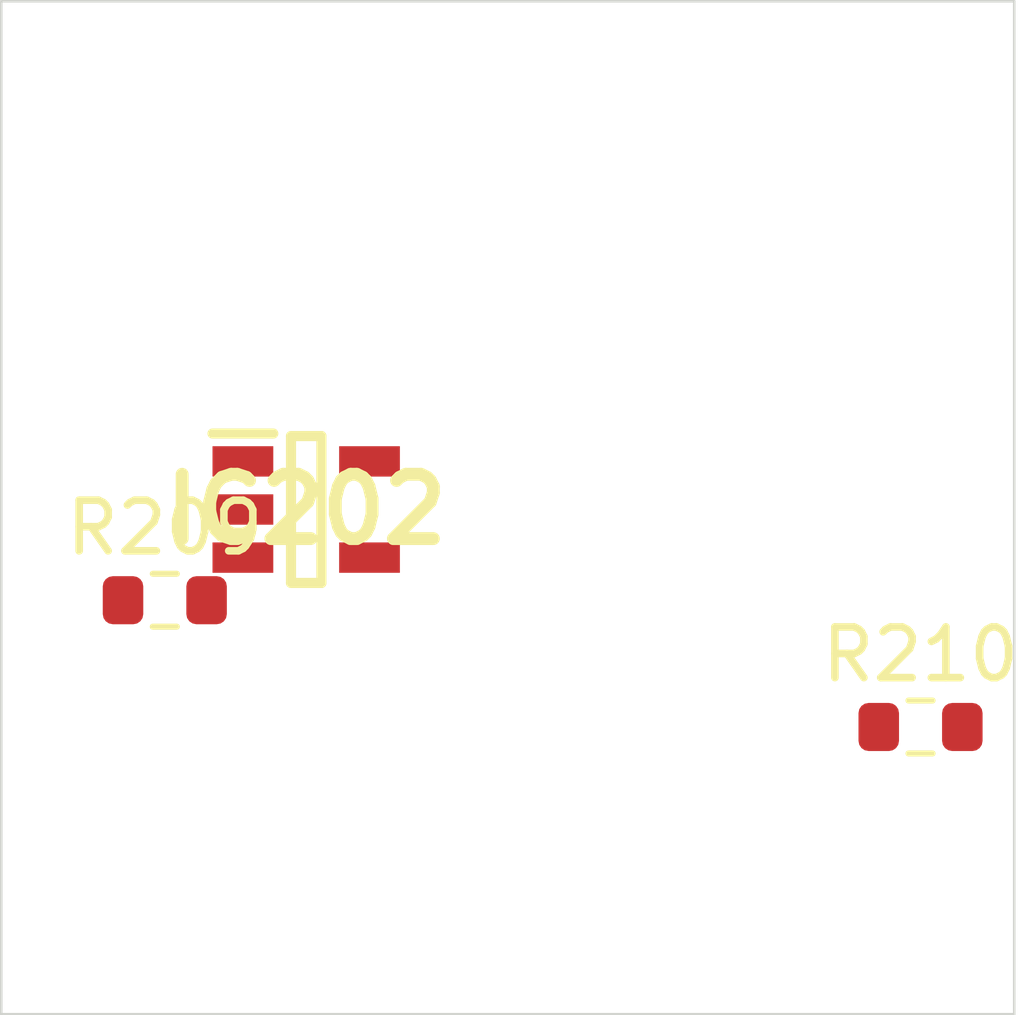
<source format=kicad_pcb>
 ( kicad_pcb  ( version 20171130 )
 ( host pcbnew 5.1.12-84ad8e8a86~92~ubuntu18.04.1 )
 ( general  ( thickness 1.6 )
 ( drawings 4 )
 ( tracks 0 )
 ( zones 0 )
 ( modules 3 )
 ( nets 5 )
)
 ( page A4 )
 ( layers  ( 0 F.Cu signal )
 ( 31 B.Cu signal )
 ( 32 B.Adhes user )
 ( 33 F.Adhes user )
 ( 34 B.Paste user )
 ( 35 F.Paste user )
 ( 36 B.SilkS user )
 ( 37 F.SilkS user )
 ( 38 B.Mask user )
 ( 39 F.Mask user )
 ( 40 Dwgs.User user )
 ( 41 Cmts.User user )
 ( 42 Eco1.User user )
 ( 43 Eco2.User user )
 ( 44 Edge.Cuts user )
 ( 45 Margin user )
 ( 46 B.CrtYd user )
 ( 47 F.CrtYd user )
 ( 48 B.Fab user )
 ( 49 F.Fab user )
)
 ( setup  ( last_trace_width 0.25 )
 ( trace_clearance 0.2 )
 ( zone_clearance 0.508 )
 ( zone_45_only no )
 ( trace_min 0.2 )
 ( via_size 0.8 )
 ( via_drill 0.4 )
 ( via_min_size 0.4 )
 ( via_min_drill 0.3 )
 ( uvia_size 0.3 )
 ( uvia_drill 0.1 )
 ( uvias_allowed no )
 ( uvia_min_size 0.2 )
 ( uvia_min_drill 0.1 )
 ( edge_width 0.05 )
 ( segment_width 0.2 )
 ( pcb_text_width 0.3 )
 ( pcb_text_size 1.5 1.5 )
 ( mod_edge_width 0.12 )
 ( mod_text_size 1 1 )
 ( mod_text_width 0.15 )
 ( pad_size 1.524 1.524 )
 ( pad_drill 0.762 )
 ( pad_to_mask_clearance 0 )
 ( aux_axis_origin 0 0 )
 ( visible_elements FFFFFF7F )
 ( pcbplotparams  ( layerselection 0x010fc_ffffffff )
 ( usegerberextensions false )
 ( usegerberattributes true )
 ( usegerberadvancedattributes true )
 ( creategerberjobfile true )
 ( excludeedgelayer true )
 ( linewidth 0.100000 )
 ( plotframeref false )
 ( viasonmask false )
 ( mode 1 )
 ( useauxorigin false )
 ( hpglpennumber 1 )
 ( hpglpenspeed 20 )
 ( hpglpendiameter 15.000000 )
 ( psnegative false )
 ( psa4output false )
 ( plotreference true )
 ( plotvalue true )
 ( plotinvisibletext false )
 ( padsonsilk false )
 ( subtractmaskfromsilk false )
 ( outputformat 1 )
 ( mirror false )
 ( drillshape 1 )
 ( scaleselection 1 )
 ( outputdirectory "" )
)
)
 ( net 0 "" )
 ( net 1 GND )
 ( net 2 VDDA )
 ( net 3 /Sheet6235D886/vp )
 ( net 4 "Net-(IC202-Pad3)" )
 ( net_class Default "This is the default net class."  ( clearance 0.2 )
 ( trace_width 0.25 )
 ( via_dia 0.8 )
 ( via_drill 0.4 )
 ( uvia_dia 0.3 )
 ( uvia_drill 0.1 )
 ( add_net /Sheet6235D886/vp )
 ( add_net GND )
 ( add_net "Net-(IC202-Pad3)" )
 ( add_net VDDA )
)
 ( module SOT95P280X145-5N locked  ( layer F.Cu )
 ( tedit 62336ED7 )
 ( tstamp 623423ED )
 ( at 86.020900 110.035000 )
 ( descr DBV0005A )
 ( tags "Integrated Circuit" )
 ( path /6235D887/6266C08E )
 ( attr smd )
 ( fp_text reference IC202  ( at 0 0 )
 ( layer F.SilkS )
 ( effects  ( font  ( size 1.27 1.27 )
 ( thickness 0.254 )
)
)
)
 ( fp_text value TL071HIDBVR  ( at 0 0 )
 ( layer F.SilkS )
hide  ( effects  ( font  ( size 1.27 1.27 )
 ( thickness 0.254 )
)
)
)
 ( fp_line  ( start -1.85 -1.5 )
 ( end -0.65 -1.5 )
 ( layer F.SilkS )
 ( width 0.2 )
)
 ( fp_line  ( start -0.3 1.45 )
 ( end -0.3 -1.45 )
 ( layer F.SilkS )
 ( width 0.2 )
)
 ( fp_line  ( start 0.3 1.45 )
 ( end -0.3 1.45 )
 ( layer F.SilkS )
 ( width 0.2 )
)
 ( fp_line  ( start 0.3 -1.45 )
 ( end 0.3 1.45 )
 ( layer F.SilkS )
 ( width 0.2 )
)
 ( fp_line  ( start -0.3 -1.45 )
 ( end 0.3 -1.45 )
 ( layer F.SilkS )
 ( width 0.2 )
)
 ( fp_line  ( start -0.8 -0.5 )
 ( end 0.15 -1.45 )
 ( layer Dwgs.User )
 ( width 0.1 )
)
 ( fp_line  ( start -0.8 1.45 )
 ( end -0.8 -1.45 )
 ( layer Dwgs.User )
 ( width 0.1 )
)
 ( fp_line  ( start 0.8 1.45 )
 ( end -0.8 1.45 )
 ( layer Dwgs.User )
 ( width 0.1 )
)
 ( fp_line  ( start 0.8 -1.45 )
 ( end 0.8 1.45 )
 ( layer Dwgs.User )
 ( width 0.1 )
)
 ( fp_line  ( start -0.8 -1.45 )
 ( end 0.8 -1.45 )
 ( layer Dwgs.User )
 ( width 0.1 )
)
 ( fp_line  ( start -2.1 1.775 )
 ( end -2.1 -1.775 )
 ( layer Dwgs.User )
 ( width 0.05 )
)
 ( fp_line  ( start 2.1 1.775 )
 ( end -2.1 1.775 )
 ( layer Dwgs.User )
 ( width 0.05 )
)
 ( fp_line  ( start 2.1 -1.775 )
 ( end 2.1 1.775 )
 ( layer Dwgs.User )
 ( width 0.05 )
)
 ( fp_line  ( start -2.1 -1.775 )
 ( end 2.1 -1.775 )
 ( layer Dwgs.User )
 ( width 0.05 )
)
 ( pad 1 smd rect  ( at -1.25 -0.95 90.000000 )
 ( size 0.6 1.2 )
 ( layers F.Cu F.Mask F.Paste )
 ( net 3 /Sheet6235D886/vp )
)
 ( pad 2 smd rect  ( at -1.25 0 90.000000 )
 ( size 0.6 1.2 )
 ( layers F.Cu F.Mask F.Paste )
 ( net 1 GND )
)
 ( pad 3 smd rect  ( at -1.25 0.95 90.000000 )
 ( size 0.6 1.2 )
 ( layers F.Cu F.Mask F.Paste )
 ( net 4 "Net-(IC202-Pad3)" )
)
 ( pad 4 smd rect  ( at 1.25 0.95 90.000000 )
 ( size 0.6 1.2 )
 ( layers F.Cu F.Mask F.Paste )
 ( net 3 /Sheet6235D886/vp )
)
 ( pad 5 smd rect  ( at 1.25 -0.95 90.000000 )
 ( size 0.6 1.2 )
 ( layers F.Cu F.Mask F.Paste )
 ( net 2 VDDA )
)
)
 ( module Resistor_SMD:R_0603_1608Metric  ( layer F.Cu )
 ( tedit 5F68FEEE )
 ( tstamp 62342595 )
 ( at 83.229000 111.826000 )
 ( descr "Resistor SMD 0603 (1608 Metric), square (rectangular) end terminal, IPC_7351 nominal, (Body size source: IPC-SM-782 page 72, https://www.pcb-3d.com/wordpress/wp-content/uploads/ipc-sm-782a_amendment_1_and_2.pdf), generated with kicad-footprint-generator" )
 ( tags resistor )
 ( path /6235D887/623CDBD9 )
 ( attr smd )
 ( fp_text reference R209  ( at 0 -1.43 )
 ( layer F.SilkS )
 ( effects  ( font  ( size 1 1 )
 ( thickness 0.15 )
)
)
)
 ( fp_text value 100k  ( at 0 1.43 )
 ( layer F.Fab )
 ( effects  ( font  ( size 1 1 )
 ( thickness 0.15 )
)
)
)
 ( fp_line  ( start -0.8 0.4125 )
 ( end -0.8 -0.4125 )
 ( layer F.Fab )
 ( width 0.1 )
)
 ( fp_line  ( start -0.8 -0.4125 )
 ( end 0.8 -0.4125 )
 ( layer F.Fab )
 ( width 0.1 )
)
 ( fp_line  ( start 0.8 -0.4125 )
 ( end 0.8 0.4125 )
 ( layer F.Fab )
 ( width 0.1 )
)
 ( fp_line  ( start 0.8 0.4125 )
 ( end -0.8 0.4125 )
 ( layer F.Fab )
 ( width 0.1 )
)
 ( fp_line  ( start -0.237258 -0.5225 )
 ( end 0.237258 -0.5225 )
 ( layer F.SilkS )
 ( width 0.12 )
)
 ( fp_line  ( start -0.237258 0.5225 )
 ( end 0.237258 0.5225 )
 ( layer F.SilkS )
 ( width 0.12 )
)
 ( fp_line  ( start -1.48 0.73 )
 ( end -1.48 -0.73 )
 ( layer F.CrtYd )
 ( width 0.05 )
)
 ( fp_line  ( start -1.48 -0.73 )
 ( end 1.48 -0.73 )
 ( layer F.CrtYd )
 ( width 0.05 )
)
 ( fp_line  ( start 1.48 -0.73 )
 ( end 1.48 0.73 )
 ( layer F.CrtYd )
 ( width 0.05 )
)
 ( fp_line  ( start 1.48 0.73 )
 ( end -1.48 0.73 )
 ( layer F.CrtYd )
 ( width 0.05 )
)
 ( fp_text user %R  ( at 0 0 )
 ( layer F.Fab )
 ( effects  ( font  ( size 0.4 0.4 )
 ( thickness 0.06 )
)
)
)
 ( pad 1 smd roundrect  ( at -0.825 0 )
 ( size 0.8 0.95 )
 ( layers F.Cu F.Mask F.Paste )
 ( roundrect_rratio 0.25 )
 ( net 2 VDDA )
)
 ( pad 2 smd roundrect  ( at 0.825 0 )
 ( size 0.8 0.95 )
 ( layers F.Cu F.Mask F.Paste )
 ( roundrect_rratio 0.25 )
 ( net 4 "Net-(IC202-Pad3)" )
)
 ( model ${KISYS3DMOD}/Resistor_SMD.3dshapes/R_0603_1608Metric.wrl  ( at  ( xyz 0 0 0 )
)
 ( scale  ( xyz 1 1 1 )
)
 ( rotate  ( xyz 0 0 0 )
)
)
)
 ( module Resistor_SMD:R_0603_1608Metric  ( layer F.Cu )
 ( tedit 5F68FEEE )
 ( tstamp 623425A6 )
 ( at 98.150600 114.329000 )
 ( descr "Resistor SMD 0603 (1608 Metric), square (rectangular) end terminal, IPC_7351 nominal, (Body size source: IPC-SM-782 page 72, https://www.pcb-3d.com/wordpress/wp-content/uploads/ipc-sm-782a_amendment_1_and_2.pdf), generated with kicad-footprint-generator" )
 ( tags resistor )
 ( path /6235D887/623CDBDF )
 ( attr smd )
 ( fp_text reference R210  ( at 0 -1.43 )
 ( layer F.SilkS )
 ( effects  ( font  ( size 1 1 )
 ( thickness 0.15 )
)
)
)
 ( fp_text value 100k  ( at 0 1.43 )
 ( layer F.Fab )
 ( effects  ( font  ( size 1 1 )
 ( thickness 0.15 )
)
)
)
 ( fp_line  ( start 1.48 0.73 )
 ( end -1.48 0.73 )
 ( layer F.CrtYd )
 ( width 0.05 )
)
 ( fp_line  ( start 1.48 -0.73 )
 ( end 1.48 0.73 )
 ( layer F.CrtYd )
 ( width 0.05 )
)
 ( fp_line  ( start -1.48 -0.73 )
 ( end 1.48 -0.73 )
 ( layer F.CrtYd )
 ( width 0.05 )
)
 ( fp_line  ( start -1.48 0.73 )
 ( end -1.48 -0.73 )
 ( layer F.CrtYd )
 ( width 0.05 )
)
 ( fp_line  ( start -0.237258 0.5225 )
 ( end 0.237258 0.5225 )
 ( layer F.SilkS )
 ( width 0.12 )
)
 ( fp_line  ( start -0.237258 -0.5225 )
 ( end 0.237258 -0.5225 )
 ( layer F.SilkS )
 ( width 0.12 )
)
 ( fp_line  ( start 0.8 0.4125 )
 ( end -0.8 0.4125 )
 ( layer F.Fab )
 ( width 0.1 )
)
 ( fp_line  ( start 0.8 -0.4125 )
 ( end 0.8 0.4125 )
 ( layer F.Fab )
 ( width 0.1 )
)
 ( fp_line  ( start -0.8 -0.4125 )
 ( end 0.8 -0.4125 )
 ( layer F.Fab )
 ( width 0.1 )
)
 ( fp_line  ( start -0.8 0.4125 )
 ( end -0.8 -0.4125 )
 ( layer F.Fab )
 ( width 0.1 )
)
 ( fp_text user %R  ( at 0 0 )
 ( layer F.Fab )
 ( effects  ( font  ( size 0.4 0.4 )
 ( thickness 0.06 )
)
)
)
 ( pad 2 smd roundrect  ( at 0.825 0 )
 ( size 0.8 0.95 )
 ( layers F.Cu F.Mask F.Paste )
 ( roundrect_rratio 0.25 )
 ( net 1 GND )
)
 ( pad 1 smd roundrect  ( at -0.825 0 )
 ( size 0.8 0.95 )
 ( layers F.Cu F.Mask F.Paste )
 ( roundrect_rratio 0.25 )
 ( net 4 "Net-(IC202-Pad3)" )
)
 ( model ${KISYS3DMOD}/Resistor_SMD.3dshapes/R_0603_1608Metric.wrl  ( at  ( xyz 0 0 0 )
)
 ( scale  ( xyz 1 1 1 )
)
 ( rotate  ( xyz 0 0 0 )
)
)
)
 ( gr_line  ( start 100 100 )
 ( end 100 120 )
 ( layer Edge.Cuts )
 ( width 0.05 )
 ( tstamp 62E770C4 )
)
 ( gr_line  ( start 80 120 )
 ( end 100 120 )
 ( layer Edge.Cuts )
 ( width 0.05 )
 ( tstamp 62E770C0 )
)
 ( gr_line  ( start 80 100 )
 ( end 100 100 )
 ( layer Edge.Cuts )
 ( width 0.05 )
 ( tstamp 6234110C )
)
 ( gr_line  ( start 80 100 )
 ( end 80 120 )
 ( layer Edge.Cuts )
 ( width 0.05 )
)
)

</source>
